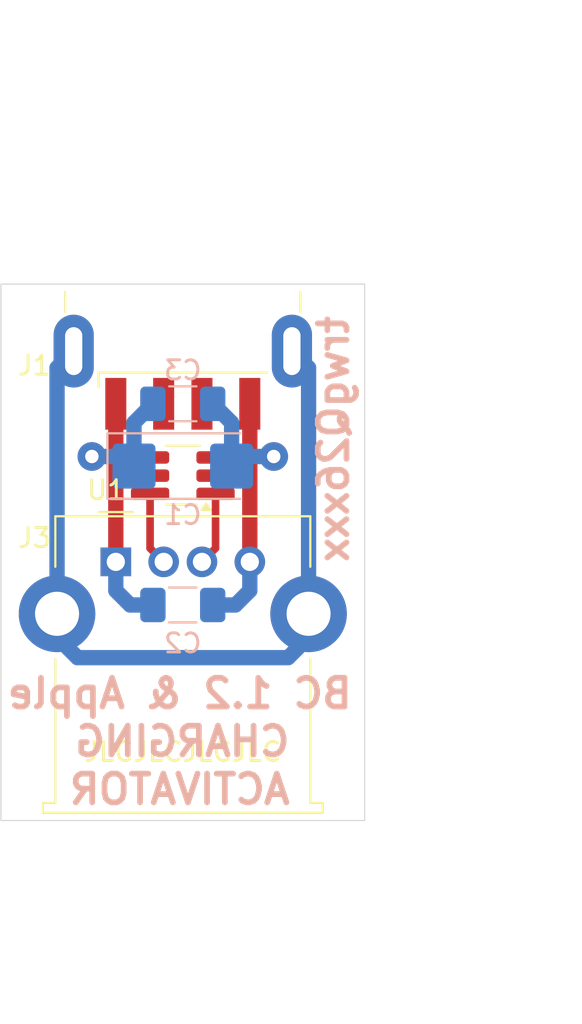
<source format=kicad_pcb>
(kicad_pcb (version 20221018) (generator pcbnew)
  (layers (0 "F.Cu" signal) (31 "B.Cu" signal) (34 "B.Paste" user) (35 "F.Paste" user) (36 "B.SilkS" user "B.Silkscreen") (37 "F.SilkS" user "F.Silkscreen") (38 "B.Mask" user) (39 "F.Mask" user) (44 "Edge.Cuts" user))
  (net 0 "")
  (net 1 "+5V")
  (net 2 "GND")
  (net 5 "Earth")
  (net 6 "DP")
  (net 7 "DM")
  (footprint "Connector_USB:USB_A_Molex_67643_Horizontal" (layer "F.Cu") (at 106.5 68)
    (fp_text reference "J3" (at -4.25 -1.25 180) (layer "F.SilkS"))
    (fp_text value "USB_A_SOCKET")
    (fp_line (start -3.81 12.58) (end -3.81 13.1) (stroke (width 0.12)) (layer "F.SilkS"))
    (fp_line (start -3.81 13.1) (end 10.81 13.1) (stroke (width 0.12)) (layer "F.SilkS"))
    (fp_line (start -3.16 -2.38) (end -3.16 0.254) (stroke (width 0.12)) (layer "F.SilkS"))
    (fp_line (start -3.16 -2.38) (end 10.16 -2.38) (stroke (width 0.12)) (layer "F.SilkS"))
    (fp_line (start -3.16 12.58) (end -3.81 12.58) (stroke (width 0.12)) (layer "F.SilkS"))
    (fp_line (start -3.16 12.58) (end -3.16 5.08) (stroke (width 0.12)) (layer "F.SilkS"))
    (fp_line (start -0.9 -2.6) (end 0.9 -2.6) (stroke (width 0.12)) (layer "F.SilkS"))
    (fp_line (start 10.16 -2.38) (end 10.16 0.254) (stroke (width 0.12)) (layer "F.SilkS"))
    (fp_line (start 10.16 5.08) (end 10.16 12.58) (stroke (width 0.12)) (layer "F.SilkS"))
    (fp_line (start 10.81 12.58) (end 10.16 12.58) (stroke (width 0.12)) (layer "F.SilkS"))
    (fp_line (start 10.81 13.1) (end 10.81 12.58) (stroke (width 0.12)) (layer "F.SilkS"))
    (pad "1" thru_hole rect (at 0 0) (size 1.6 1.5) (drill 0.95) (layers "*.Cu" "*.Mask") (net 1 "+5V"))
    (pad "2" thru_hole circle (at 2.5 0) (size 1.6 1.6) (drill 0.95) (layers "*.Cu" "*.Mask") (net 7 "DM"))
    (pad "3" thru_hole circle (at 4.5 0) (size 1.6 1.6) (drill 0.95) (layers "*.Cu" "*.Mask") (net 6 "DP"))
    (pad "4" thru_hole circle (at 7 0) (size 1.6 1.6) (drill 0.95) (layers "*.Cu" "*.Mask") (net 2 "GND"))
    (pad "5" thru_hole circle (at -3.07 2.71) (size 4 4) (drill 2.3) (layers "*.Cu" "*.Mask") (net 5 "Earth"))
    (pad "5" thru_hole circle (at 10.07 2.71) (size 4 4) (drill 2.3) (layers "*.Cu" "*.Mask") (net 5 "Earth"))
  )
  (footprint "Package_TO_SOT_SMD:TSOT-23-6_HandSoldering" (layer "F.Cu") (at 110 63.5 180)
    (fp_text reference "U1" (at 4 -0.75) (layer "F.SilkS"))
    (fp_text value "IP2111/IP2112")
    (fp_line (start -0.88 1.56) (end 0.88 1.56) (stroke (width 0.12)) (layer "F.SilkS"))
    (fp_line (start 0.08 -1.51) (end -0.72 -1.51) (stroke (width 0.12)) (layer "F.SilkS"))
    (fp_line (start 0.08 -1.51) (end 0.88 -1.51) (stroke (width 0.12)) (layer "F.SilkS"))
    (fp_poly (pts (xy -1.22 -1.46) (xy -1.46 -1.79) (xy -0.98 -1.79) (xy -1.22 -1.46)) (stroke (width 0.12)) (fill solid) (layer "F.SilkS"))
    (pad "1" smd roundrect (at -1.71 -0.95 180) (size 2 0.65) (layers "F.Cu" "F.Paste" "F.Mask") (net 6 "DP"))
    (pad "2" smd roundrect (at -1.71 0 180) (size 2 0.65) (layers "F.Cu" "F.Paste" "F.Mask") (net 2 "GND"))
    (pad "3" smd roundrect (at -1.71 0.95 180) (size 2 0.65) (layers "F.Cu" "F.Paste" "F.Mask"))
    (pad "4" smd roundrect (at 1.71 0.95 180) (size 2 0.65) (layers "F.Cu" "F.Paste" "F.Mask"))
    (pad "5" smd roundrect (at 1.71 0 180) (size 2 0.65) (layers "F.Cu" "F.Paste" "F.Mask") (net 1 "+5V"))
    (pad "6" smd roundrect (at 1.71 -0.95 180) (size 2 0.65) (layers "F.Cu" "F.Paste" "F.Mask") (net 7 "DM"))
  )
  (footprint "Connector_USB:USB_A_CNCTech_1001-011-01101_Horizontal" (layer "F.Cu") (at 110 50.1 90)
    (fp_text reference "J1" (at -7.65 -7.75 180) (layer "F.SilkS"))
    (fp_text value "USB_A")
    (fp_line (start -8.02 -4.4) (end -8.775 -4.4) (stroke (width 0.12)) (layer "F.SilkS"))
    (fp_line (start -8.02 -4.4) (end -8.02 4.4) (stroke (width 0.12)) (layer "F.SilkS"))
    (fp_line (start -4.85 -6.145) (end -3.8 -6.145) (stroke (width 0.12)) (layer "F.SilkS"))
    (fp_line (start -4.85 6.145) (end -3.8 6.145) (stroke (width 0.12)) (layer "F.SilkS"))
    (pad "" np_thru_hole circle (at -6.9 -2.3 90) (size 1.1 1.1) (drill 1.4) (layers "F&B.Cu" "*.Mask"))
    (pad "" np_thru_hole circle (at -6.9 2.3 90) (size 1.1 1.1) (drill 1.4) (layers "F&B.Cu" "*.Mask"))
    (pad "1" smd rect (at -9.65 -3.5 90) (size 2.7 1.1) (layers "F.Cu" "F.Paste" "F.Mask") (net 1 "+5V"))
    (pad "2" smd rect (at -9.65 -1 90) (size 2.7 1.1) (layers "F.Cu" "F.Paste" "F.Mask"))
    (pad "3" smd rect (at -9.65 1 90) (size 2.7 1.1) (layers "F.Cu" "F.Paste" "F.Mask"))
    (pad "4" smd rect (at -9.65 3.5 90) (size 2.7 1.1) (layers "F.Cu" "F.Paste" "F.Mask") (net 2 "GND"))
    (pad "5" thru_hole oval (at -6.9 -5.7 90) (size 3.8 2.1) (drill oval 2.5 0.9) (layers "*.Cu" "*.Mask") (net 5 "Earth"))
    (pad "5" thru_hole oval (at -6.9 5.7 90) (size 3.8 2.1) (drill oval 2.5 0.9) (layers "*.Cu" "*.Mask") (net 5 "Earth"))
  )
  (footprint "Capacitor_SMD:C_1206_3216Metric_Pad1.33x1.80mm_HandSolder" (layer "B.Cu") (at 110 59.75)
    (fp_text reference "C3" (at 0 -1.75) (layer "B.SilkS") (effects (justify mirror)))
    (fp_text value "100n")
    (fp_line (start -0.711252 -0.91) (end 0.711252 -0.91) (stroke (width 0.12)) (layer "B.SilkS"))
    (fp_line (start -0.711252 0.91) (end 0.711252 0.91) (stroke (width 0.12)) (layer "B.SilkS"))
    (pad "1" smd roundrect (at -1.5625 0) (size 1.325 1.8) (layers "B.Cu" "B.Paste" "B.Mask") (roundrect_rratio 0.1886792453) (net 1 "+5V"))
    (pad "2" smd roundrect (at 1.5625 0) (size 1.325 1.8) (layers "B.Cu" "B.Paste" "B.Mask") (roundrect_rratio 0.1886792453) (net 2 "GND"))
  )
  (footprint "Capacitor_SMD:C_1206_3216Metric_Pad1.33x1.80mm_HandSolder" (layer "B.Cu") (at 110 70.25)
    (fp_text reference "C2" (at 0 2) (layer "B.SilkS") (effects (justify mirror)))
    (fp_text value "100n")
    (fp_line (start -0.711252 -0.91) (end 0.711252 -0.91) (stroke (width 0.12)) (layer "B.SilkS"))
    (fp_line (start -0.711252 0.91) (end 0.711252 0.91) (stroke (width 0.12)) (layer "B.SilkS"))
    (pad "1" smd roundrect (at -1.5625 0) (size 1.325 1.8) (layers "B.Cu" "B.Paste" "B.Mask") (roundrect_rratio 0.1886792453) (net 1 "+5V"))
    (pad "2" smd roundrect (at 1.5625 0) (size 1.325 1.8) (layers "B.Cu" "B.Paste" "B.Mask") (roundrect_rratio 0.1886792453) (net 2 "GND"))
  )
  (footprint "Capacitor_Tantalum_SMD:CP_EIA-6032-28_Kemet-C_Pad2.25x2.35mm_HandSolder" (layer "B.Cu") (at 110 63)
    (fp_text reference "C1" (at 0 2.55) (layer "B.SilkS") (effects (justify mirror)))
    (fp_text value "10u/6V3")
    (fp_line (start -3.935 -1.71) (end 3 -1.71) (stroke (width 0.12)) (layer "B.SilkS"))
    (fp_line (start -3.935 1.71) (end -3.935 -1.71) (stroke (width 0.12)) (layer "B.SilkS"))
    (fp_line (start 3 1.71) (end -3.935 1.71) (stroke (width 0.12)) (layer "B.SilkS"))
    (pad "1" smd roundrect (at -2.55 0) (size 2.25 2.35) (layers "B.Cu" "B.Paste" "B.Mask") (roundrect_rratio 0.1111111111) (net 1 "+5V"))
    (pad "2" smd roundrect (at 2.55 0) (size 2.25 2.35) (layers "B.Cu" "B.Paste" "B.Mask") (roundrect_rratio 0.1111111111) (net 2 "GND"))
  )
  (gr_line (start 100.5 53.5) (end 100.5 81.5) (stroke (width 0.05)) (layer "Edge.Cuts"))
  (gr_line (start 119.5 81.5) (end 119.5 53.5) (stroke (width 0.05)) (layer "Edge.Cuts"))
  (gr_line (start 119.5 53.5) (end 100.5 53.5) (stroke (width 0.05)) (layer "Edge.Cuts"))
  (gr_line (start 100.5 81.5) (end 119.5 81.5) (stroke (width 0.05)) (layer "Edge.Cuts"))
  (gr_text "CHARGING" (at 115.75 78.25) (layer "B.SilkS") (effects (font (size 1.5 1.5) (thickness 0.3) bold) (justify left bottom mirror)))
  (gr_text "trwgQ26xxx" (at 118.75 55 90) (layer "B.SilkS") (effects (font (size 1.5 1.5) (thickness 0.3) bold) (justify left bottom mirror)))
  (gr_text "BC 1.2 & Apple" (at 119 75.75) (layer "B.SilkS") (effects (font (size 1.5 1.5) (thickness 0.3) bold) (justify left bottom mirror)))
  (gr_text "ACTIVATOR" (at 115.75 80.75) (layer "B.SilkS") (effects (font (size 1.5 1.5) (thickness 0.3) bold) (justify left bottom mirror)))
  (gr_text "JLCJLCJLCJLC" (at 104.75 78.5) (layer "F.SilkS") (effects (font (size 1 1)) (justify left bottom)))
  (segment (start 106.5 63.5) (end 106.5 63) (width 0.8) (layer "F.Cu") (net 1))
  (segment (start 106.5 63) (end 106.5 59.75) (width 0.8) (layer "F.Cu") (net 1))
  (segment (start 108.29 63.5) (end 106.5 63.5) (width 0.4) (layer "F.Cu") (net 1))
  (segment (start 105.25 62.5) (end 106.5 62.5) (width 0.8) (layer "F.Cu") (net 1))
  (segment (start 106.5 62.5) (end 106.5 63) (width 0.8) (layer "F.Cu") (net 1))
  (segment (start 106.5 68) (end 106.5 63.5) (width 0.8) (layer "F.Cu") (net 1))
  (via (at 105.25 62.5) (size 1.5) (drill 0.7) (layers "F.Cu" "B.Cu") (net 1))
  (segment (start 105.25 62.5) (end 106.95 62.5) (width 0.8) (layer "B.Cu") (net 1))
  (segment (start 106.95 62.5) (end 107.45 63) (width 0.8) (layer "B.Cu") (net 1))
  (segment (start 106.5 69.5) (end 107.25 70.25) (width 0.8) (layer "B.Cu") (net 1))
  (segment (start 107.45 60.7375) (end 108.4375 59.75) (width 0.8) (layer "B.Cu") (net 1))
  (segment (start 107.25 70.25) (end 108.4375 70.25) (width 0.8) (layer "B.Cu") (net 1))
  (segment (start 107.45 63) (end 107.45 60.7375) (width 0.8) (layer "B.Cu") (net 1))
  (segment (start 106.5 68) (end 106.5 69.5) (width 0.8) (layer "B.Cu") (net 1))
  (segment (start 114.75 62.5) (end 113.5 62.5) (width 0.8) (layer "F.Cu") (net 2))
  (segment (start 111.71 63.5) (end 113.5 63.5) (width 0.4) (layer "F.Cu") (net 2))
  (segment (start 113.5 63.5) (end 113.5 63) (width 0.8) (layer "F.Cu") (net 2))
  (segment (start 113.5 62.5) (end 113.5 63) (width 0.8) (layer "F.Cu") (net 2))
  (segment (start 113.5 63) (end 113.5 59.75) (width 0.8) (layer "F.Cu") (net 2))
  (segment (start 113.5 68) (end 113.5 63.5) (width 0.8) (layer "F.Cu") (net 2))
  (via (at 114.75 62.5) (size 1.5) (drill 0.7) (layers "F.Cu" "B.Cu") (net 2))
  (segment (start 112.55 60.7375) (end 111.5625 59.75) (width 0.8) (layer "B.Cu") (net 2))
  (segment (start 113.5 69.5) (end 112.75 70.25) (width 0.8) (layer "B.Cu") (net 2))
  (segment (start 113.05 62.5) (end 112.55 63) (width 0.8) (layer "B.Cu") (net 2))
  (segment (start 112.55 63) (end 112.55 60.7375) (width 0.8) (layer "B.Cu") (net 2))
  (segment (start 113.5 68) (end 113.5 69.5) (width 0.8) (layer "B.Cu") (net 2))
  (segment (start 114.75 62.5) (end 113.05 62.5) (width 0.8) (layer "B.Cu") (net 2))
  (segment (start 112.75 70.25) (end 111.5625 70.25) (width 0.8) (layer "B.Cu") (net 2))
  (segment (start 116.57 70.71) (end 116.57 71.93) (width 0.8) (layer "B.Cu") (net 5))
  (segment (start 103.43 70.71) (end 103.43 57.87) (width 0.8) (layer "B.Cu") (net 5))
  (segment (start 116.57 71.93) (end 115.5 73) (width 0.8) (layer "B.Cu") (net 5))
  (segment (start 103.43 71.93) (end 103.43 70.71) (width 0.8) (layer "B.Cu") (net 5))
  (segment (start 116.57 70.71) (end 116.57 57.87) (width 0.8) (layer "B.Cu") (net 5))
  (segment (start 115.5 73) (end 104.5 73) (width 0.8) (layer "B.Cu") (net 5))
  (segment (start 103.43 57.87) (end 104.3 57) (width 0.8) (layer "B.Cu") (net 5))
  (segment (start 116.57 70.71) (end 116.5 70.64) (width 0.8) (layer "B.Cu") (net 5))
  (segment (start 104.5 73) (end 103.43 71.93) (width 0.8) (layer "B.Cu") (net 5))
  (segment (start 116.57 57.87) (end 115.7 57) (width 0.8) (layer "B.Cu") (net 5))
  (segment (start 111.71 67.29) (end 111 68) (width 0.4) (layer "F.Cu") (net 6))
  (segment (start 111.71 64.45) (end 111.71 67.29) (width 0.4) (layer "F.Cu") (net 6))
  (segment (start 108.29 64.45) (end 108.29 67.29) (width 0.4) (layer "F.Cu") (net 7))
  (segment (start 108.29 67.29) (end 109 68) (width 0.4) (layer "F.Cu") (net 7))
)
</source>
